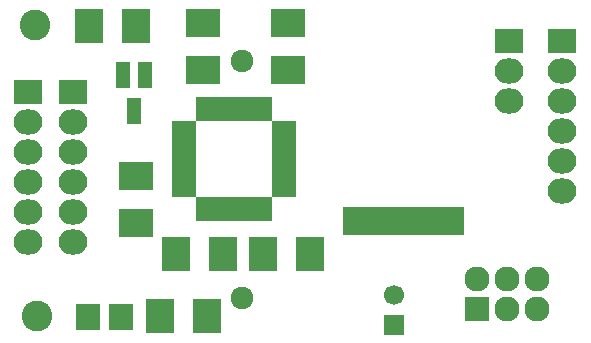
<source format=gts>
G04 #@! TF.FileFunction,Soldermask,Top*
%FSLAX46Y46*%
G04 Gerber Fmt 4.6, Leading zero omitted, Abs format (unit mm)*
G04 Created by KiCad (PCBNEW 4.0.2-stable) date 02.07.2016 15:57:05*
%MOMM*%
G01*
G04 APERTURE LIST*
%ADD10C,0.100000*%
%ADD11R,2.432000X2.127200*%
%ADD12O,2.432000X2.127200*%
%ADD13R,1.400000X2.400000*%
%ADD14R,2.127200X2.127200*%
%ADD15O,2.127200X2.127200*%
%ADD16R,0.950000X2.000000*%
%ADD17R,2.000000X0.950000*%
%ADD18C,1.924000*%
%ADD19R,2.400000X2.900000*%
%ADD20R,1.200100X2.200860*%
%ADD21R,2.900000X2.400000*%
%ADD22R,1.700000X1.700000*%
%ADD23C,1.700000*%
%ADD24R,1.997660X2.200860*%
%ADD25C,2.600000*%
G04 APERTURE END LIST*
D10*
D11*
X145669000Y-85979000D03*
D12*
X145669000Y-88519000D03*
X145669000Y-91059000D03*
X145669000Y-93599000D03*
X145669000Y-96139000D03*
X145669000Y-98679000D03*
D13*
X173019000Y-96965000D03*
X174289000Y-96965000D03*
X175559000Y-96965000D03*
X176829000Y-96965000D03*
X178099000Y-96965000D03*
X179369000Y-96965000D03*
X180639000Y-96965000D03*
X181909000Y-96965000D03*
D14*
X183642000Y-104394000D03*
D15*
X183642000Y-101854000D03*
X186182000Y-104394000D03*
X186182000Y-101854000D03*
X188722000Y-104394000D03*
X188722000Y-101854000D03*
D16*
X160268000Y-95944000D03*
X161068000Y-95944000D03*
X161868000Y-95944000D03*
X162668000Y-95944000D03*
X163468000Y-95944000D03*
X164268000Y-95944000D03*
X165068000Y-95944000D03*
X165868000Y-95944000D03*
D17*
X167318000Y-94494000D03*
X167318000Y-93694000D03*
X167318000Y-92894000D03*
X167318000Y-92094000D03*
X167318000Y-91294000D03*
X167318000Y-90494000D03*
X167318000Y-89694000D03*
X167318000Y-88894000D03*
D16*
X165868000Y-87444000D03*
X165068000Y-87444000D03*
X164268000Y-87444000D03*
X163468000Y-87444000D03*
X162668000Y-87444000D03*
X161868000Y-87444000D03*
X161068000Y-87444000D03*
X160268000Y-87444000D03*
D17*
X158818000Y-88894000D03*
X158818000Y-89694000D03*
X158818000Y-90494000D03*
X158818000Y-91294000D03*
X158818000Y-92094000D03*
X158818000Y-92894000D03*
X158818000Y-93694000D03*
X158818000Y-94494000D03*
D11*
X149479000Y-85979000D03*
D12*
X149479000Y-88519000D03*
X149479000Y-91059000D03*
X149479000Y-93599000D03*
X149479000Y-96139000D03*
X149479000Y-98679000D03*
D18*
X163719500Y-103425000D03*
X163719500Y-83425000D03*
D19*
X154755600Y-80391000D03*
X150755600Y-80391000D03*
D11*
X190881000Y-81661000D03*
D12*
X190881000Y-84201000D03*
X190881000Y-86741000D03*
X190881000Y-89281000D03*
X190881000Y-91821000D03*
X190881000Y-94361000D03*
D20*
X155572500Y-84604860D03*
X153672500Y-84604860D03*
X154622500Y-87607140D03*
D11*
X186372500Y-81724500D03*
D12*
X186372500Y-84264500D03*
X186372500Y-86804500D03*
D21*
X167640000Y-84169000D03*
X167640000Y-80169000D03*
X154813000Y-97123000D03*
X154813000Y-93123000D03*
D19*
X165513000Y-99695000D03*
X169513000Y-99695000D03*
D22*
X176657000Y-105727500D03*
D23*
X176657000Y-103227500D03*
D24*
X153515060Y-105029000D03*
X150675340Y-105029000D03*
D21*
X160464500Y-80169000D03*
X160464500Y-84169000D03*
D19*
X162147000Y-99695000D03*
X158147000Y-99695000D03*
X160775400Y-105003600D03*
X156775400Y-105003600D03*
D25*
X146253200Y-80314800D03*
X146405600Y-104978200D03*
M02*

</source>
